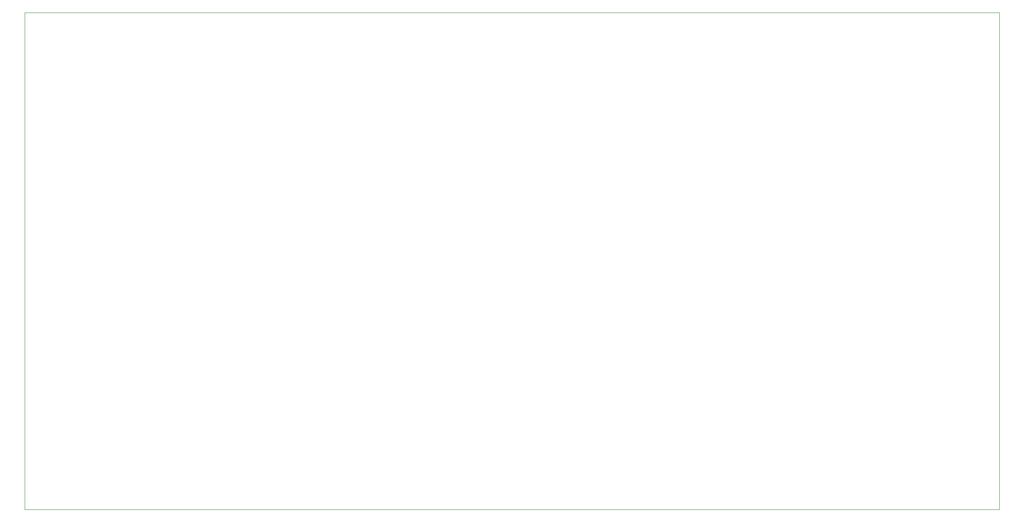
<source format=gbr>
%TF.GenerationSoftware,Novarm,DipTrace,4.3.0.4*%
%TF.CreationDate,2023-04-03T14:29:12+01:00*%
%FSLAX26Y26*%
%MOIN*%
%TF.FileFunction,Profile*%
%TF.Part,Single*%
%ADD10C,0.004724*%
G75*
G01*
%LPD*%
X11024Y3825000D2*
D10*
X7511024D1*
Y0D1*
X11024D1*
Y3825000D1*
M02*

</source>
